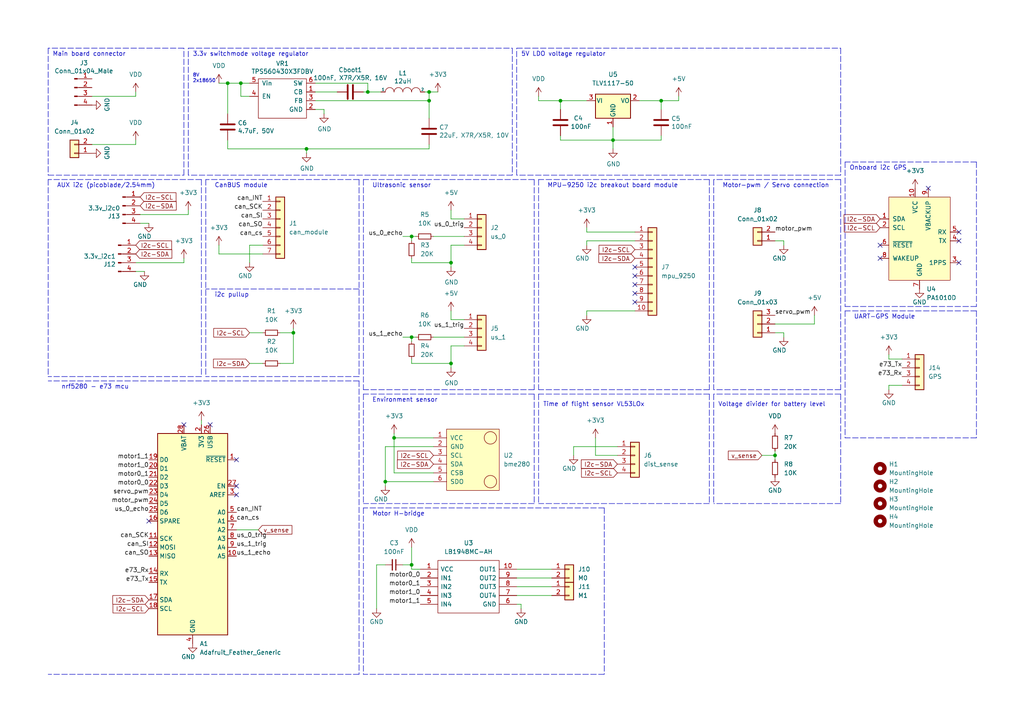
<source format=kicad_sch>
(kicad_sch (version 20211123) (generator eeschema)
  (paper "A4")
  (title_block (title "RC main controller board") (date "2022-11-10") (rev "1.0") (company "Max-IT AS") (comment 1 "Bachelor project 2022"))
  (lib_symbols
    (symbol "Connector:Conn_01x04_Male" (pin_names (offset 1.016) hide)
      (property "Reference" "J" (at 0 5.08 0))
      (property "Value" "Conn_01x04_Male" (at 0 -7.62 0))
      (symbol "Conn_01x04_Male_1_1"
        (polyline (pts (xy 1.27 -5.08) (xy 0.8636 -5.08)) (stroke (width 0.1524)))
        (polyline (pts (xy 1.27 -2.54) (xy 0.8636 -2.54)) (stroke (width 0.1524)))
        (polyline (pts (xy 1.27 0) (xy 0.8636 0)) (stroke (width 0.1524)))
        (polyline (pts (xy 1.27 2.54) (xy 0.8636 2.54)) (stroke (width 0.1524)))
        (rectangle (start 0.8636 -4.953) (end 0 -5.207) (stroke (width 0.1524)) (fill (type outline)))
        (rectangle (start 0.8636 -2.413) (end 0 -2.667) (stroke (width 0.1524)) (fill (type outline)))
        (rectangle (start 0.8636 0.127) (end 0 -0.127) (stroke (width 0.1524)) (fill (type outline)))
        (rectangle (start 0.8636 2.667) (end 0 2.413) (stroke (width 0.1524)) (fill (type outline)))
        (pin passive line (at 5.08 2.54 180) (length 3.81) (name "Pin_1") (number "1"))
        (pin passive line (at 5.08 0 180) (length 3.81) (name "Pin_2") (number "2"))
        (pin passive line (at 5.08 -2.54 180) (length 3.81) (name "Pin_3") (number "3"))
        (pin passive line (at 5.08 -5.08 180) (length 3.81) (name "Pin_4") (number "4"))
      )
    )
    (symbol "Connector_Generic:Conn_01x02" (pin_names (offset 1.016) hide)
      (property "Reference" "J" (at 0 2.54 0))
      (property "Value" "Conn_01x02" (at 0 -5.08 0))
      (symbol "Conn_01x02_1_1"
        (rectangle (start -1.27 -2.413) (end 0 -2.667) (stroke (width 0.1524)))
        (rectangle (start -1.27 0.127) (end 0 -0.127) (stroke (width 0.1524)))
        (rectangle (start -1.27 1.27) (end 1.27 -3.81) (stroke (width 0.254)) (fill (type background)))
        (pin passive line (at -5.08 0 0) (length 3.81) (name "Pin_1") (number "1"))
        (pin passive line (at -5.08 -2.54 0) (length 3.81) (name "Pin_2") (number "2"))
      )
    )
    (symbol "Connector_Generic:Conn_01x03" (pin_names (offset 1.016) hide)
      (property "Reference" "J" (at 0 5.08 0))
      (property "Value" "Conn_01x03" (at 0 -5.08 0))
      (symbol "Conn_01x03_1_1"
        (rectangle (start -1.27 -2.413) (end 0 -2.667) (stroke (width 0.1524)))
        (rectangle (start -1.27 0.127) (end 0 -0.127) (stroke (width 0.1524)))
        (rectangle (start -1.27 2.667) (end 0 2.413) (stroke (width 0.1524)))
        (rectangle (start -1.27 3.81) (end 1.27 -3.81) (stroke (width 0.254)) (fill (type background)))
        (pin passive line (at -5.08 2.54 0) (length 3.81) (name "Pin_1") (number "1"))
        (pin passive line (at -5.08 0 0) (length 3.81) (name "Pin_2") (number "2"))
        (pin passive line (at -5.08 -2.54 0) (length 3.81) (name "Pin_3") (number "3"))
      )
    )
    (symbol "Connector_Generic:Conn_01x04" (pin_names (offset 1.016) hide)
      (property "Reference" "J" (at 0 5.08 0))
      (property "Value" "Conn_01x04" (at 0 -7.62 0))
      (symbol "Conn_01x04_1_1"
        (rectangle (start -1.27 -4.953) (end 0 -5.207) (stroke (width 0.1524)))
        (rectangle (start -1.27 -2.413) (end 0 -2.667) (stroke (width 0.1524)))
        (rectangle (start -1.27 0.127) (end 0 -0.127) (stroke (width 0.1524)))
        (rectangle (start -1.27 2.667) (end 0 2.413) (stroke (width 0.1524)))
        (rectangle (start -1.27 3.81) (end 1.27 -6.35) (stroke (width 0.254)) (fill (type background)))
        (pin passive line (at -5.08 2.54 0) (length 3.81) (name "Pin_1") (number "1"))
        (pin passive line (at -5.08 0 0) (length 3.81) (name "Pin_2") (number "2"))
        (pin passive line (at -5.08 -2.54 0) (length 3.81) (name "Pin_3") (number "3"))
        (pin passive line (at -5.08 -5.08 0) (length 3.81) (name "Pin_4") (number "4"))
      )
    )
    (symbol "Connector_Generic:Conn_01x07" (pin_names (offset 1.016) hide)
      (property "Reference" "J" (at 0 10.16 0))
      (property "Value" "Conn_01x07" (at 0 -10.16 0))
      (symbol "Conn_01x07_1_1"
        (rectangle (start -1.27 -7.493) (end 0 -7.747) (stroke (width 0.1524)))
        (rectangle (start -1.27 -4.953) (end 0 -5.207) (stroke (width 0.1524)))
        (rectangle (start -1.27 -2.413) (end 0 -2.667) (stroke (width 0.1524)))
        (rectangle (start -1.27 0.127) (end 0 -0.127) (stroke (width 0.1524)))
        (rectangle (start -1.27 2.667) (end 0 2.413) (stroke (width 0.1524)))
        (rectangle (start -1.27 5.207) (end 0 4.953) (stroke (width 0.1524)))
        (rectangle (start -1.27 7.747) (end 0 7.493) (stroke (width 0.1524)))
        (rectangle (start -1.27 8.89) (end 1.27 -8.89) (stroke (width 0.254)) (fill (type background)))
        (pin passive line (at -5.08 7.62 0) (length 3.81) (name "Pin_1") (number "1"))
        (pin passive line (at -5.08 5.08 0) (length 3.81) (name "Pin_2") (number "2"))
        (pin passive line (at -5.08 2.54 0) (length 3.81) (name "Pin_3") (number "3"))
        (pin passive line (at -5.08 0 0) (length 3.81) (name "Pin_4") (number "4"))
        (pin passive line (at -5.08 -2.54 0) (length 3.81) (name "Pin_5") (number "5"))
        (pin passive line (at -5.08 -5.08 0) (length 3.81) (name "Pin_6") (number "6"))
        (pin passive line (at -5.08 -7.62 0) (length 3.81) (name "Pin_7") (number "7"))
      )
    )
    (symbol "Connector_Generic:Conn_01x10" (pin_names (offset 1.016) hide)
      (property "Reference" "J" (at 0 12.7 0))
      (property "Value" "Conn_01x10" (at 0 -15.24 0))
      (symbol "Conn_01x10_1_1"
        (rectangle (start -1.27 -12.573) (end 0 -12.827) (stroke (width 0.1524)))
        (rectangle (start -1.27 -10.033) (end 0 -10.287) (stroke (width 0.1524)))
        (rectangle (start -1.27 -7.493) (end 0 -7.747) (stroke (width 0.1524)))
        (rectangle (start -1.27 -4.953) (end 0 -5.207) (stroke (width 0.1524)))
        (rectangle (start -1.27 -2.413) (end 0 -2.667) (stroke (width 0.1524)))
        (rectangle (start -1.27 0.127) (end 0 -0.127) (stroke (width 0.1524)))
        (rectangle (start -1.27 2.667) (end 0 2.413) (stroke (width 0.1524)))
        (rectangle (start -1.27 5.207) (end 0 4.953) (stroke (width 0.1524)))
        (rectangle (start -1.27 7.747) (end 0 7.493) (stroke (width 0.1524)))
        (rectangle (start -1.27 10.287) (end 0 10.033) (stroke (width 0.1524)))
        (rectangle (start -1.27 11.43) (end 1.27 -13.97) (stroke (width 0.254)) (fill (type background)))
        (pin passive line (at -5.08 10.16 0) (length 3.81) (name "Pin_1") (number "1"))
        (pin passive line (at -5.08 -12.7 0) (length 3.81) (name "Pin_10") (number "10"))
        (pin passive line (at -5.08 7.62 0) (length 3.81) (name "Pin_2") (number "2"))
        (pin passive line (at -5.08 5.08 0) (length 3.81) (name "Pin_3") (number "3"))
        (pin passive line (at -5.08 2.54 0) (length 3.81) (name "Pin_4") (number "4"))
        (pin passive line (at -5.08 0 0) (length 3.81) (name "Pin_5") (number "5"))
        (pin passive line (at -5.08 -2.54 0) (length 3.81) (name "Pin_6") (number "6"))
        (pin passive line (at -5.08 -5.08 0) (length 3.81) (name "Pin_7") (number "7"))
        (pin passive line (at -5.08 -7.62 0) (length 3.81) (name "Pin_8") (number "8"))
        (pin passive line (at -5.08 -10.16 0) (length 3.81) (name "Pin_9") (number "9"))
      )
    )
    (symbol "Device:C" (pin_numbers hide) (pin_names (offset 0.254))
      (property "Reference" "C" (at 0.635 2.54 0))
      (property "Value" "C" (at 0.635 -2.54 0))
      (symbol "C_0_1"
        (polyline (pts (xy -2.032 -0.762) (xy 2.032 -0.762)) (stroke (width 0.508)))
        (polyline (pts (xy -2.032 0.762) (xy 2.032 0.762)) (stroke (width 0.508)))
      )
      (symbol "C_1_1"
        (pin passive line (at 0 3.81 270) (length 2.794) (name "~") (number "1"))
        (pin passive line (at 0 -3.81 90) (length 2.794) (name "~") (number "2"))
      )
    )
    (symbol "Device:C_Small" (pin_numbers hide) (pin_names (offset 0.254) hide)
      (property "Reference" "C" (at 0.254 1.778 0))
      (property "Value" "C_Small" (at 0.254 -2.032 0))
      (symbol "C_Small_0_1"
        (polyline (pts (xy -1.524 -0.508) (xy 1.524 -0.508)) (stroke (width 0.3302)))
        (polyline (pts (xy -1.524 0.508) (xy 1.524 0.508)) (stroke (width 0.3048)))
      )
      (symbol "C_Small_1_1"
        (pin passive line (at 0 2.54 270) (length 2.032) (name "~") (number "1"))
        (pin passive line (at 0 -2.54 90) (length 2.032) (name "~") (number "2"))
      )
    )
    (symbol "Device:R_Small" (pin_numbers hide) (pin_names (offset 0.254) hide)
      (property "Reference" "R" (at 0.762 0.508 0))
      (property "Value" "R_Small" (at 0.762 -1.016 0))
      (symbol "R_Small_0_1"
        (rectangle (start -0.762 1.778) (end 0.762 -1.778) (stroke (width 0.2032)))
      )
      (symbol "R_Small_1_1"
        (pin passive line (at 0 2.54 270) (length 0.762) (name "~") (number "1"))
        (pin passive line (at 0 -2.54 90) (length 0.762) (name "~") (number "2"))
      )
    )
    (symbol "Horticulture-rescue:TPS560430X3FDBV-Regulator_Switching" (pin_names (offset 1.016))
      (property "Reference" "VR" (at 0 0 0))
      (property "Value" "TPS560430X3FDBV-Regulator_Switching" (at 0 2.54 0))
      (symbol "TPS560430X3FDBV-Regulator_Switching_0_1"
        (rectangle (start -7.62 -1.27) (end 6.35 -12.7))
      )
      (symbol "TPS560430X3FDBV-Regulator_Switching_1_1"
        (pin input line (at 8.89 -5.08 180) (length 2.54) (name "CB") (number "1"))
        (pin input line (at 8.89 -10.16 180) (length 2.54) (name "GND") (number "2"))
        (pin input line (at 8.89 -7.62 180) (length 2.54) (name "FB") (number "3"))
        (pin input line (at -10.16 -6.35 0) (length 2.54) (name "EN") (number "4"))
        (pin input line (at -10.16 -2.54 0) (length 2.54) (name "Vin") (number "5"))
        (pin input line (at 8.89 -2.54 180) (length 2.54) (name "SW") (number "6"))
      )
    )
    (symbol "LB1948MC-AH:LB1948MC-AH" (pin_names (offset 0.762))
      (property "Reference" "IC" (at 24.13 7.62 0))
      (property "Value" "LB1948MC-AH" (at 24.13 5.08 0))
      (symbol "LB1948MC-AH_0_0"
        (pin power_in line (at 0 0 0) (length 5.08) (name "VCC") (number "1"))
        (pin output line (at 27.94 0 180) (length 5.08) (name "OUT1") (number "10"))
        (pin input line (at 0 -2.54 0) (length 5.08) (name "IN1") (number "2"))
        (pin input line (at 0 -5.08 0) (length 5.08) (name "IN2") (number "3"))
        (pin input line (at 0 -7.62 0) (length 5.08) (name "IN3") (number "4"))
        (pin input line (at 0 -10.16 0) (length 5.08) (name "IN4") (number "5"))
        (pin power_in line (at 27.94 -10.16 180) (length 5.08) (name "GND") (number "6"))
        (pin output line (at 27.94 -7.62 180) (length 5.08) (name "OUT4") (number "7"))
        (pin output line (at 27.94 -5.08 180) (length 5.08) (name "OUT3") (number "8"))
        (pin output line (at 27.94 -2.54 180) (length 5.08) (name "OUT2") (number "9"))
      )
      (symbol "LB1948MC-AH_0_1"
        (polyline (pts (xy 5.08 2.54) (xy 22.86 2.54) (xy 22.86 -12.7) (xy 5.08 -12.7) (xy 5.08 2.54)) (stroke (width 0.1524)))
      )
    )
    (symbol "MCU_Module:Adafruit_Feather_Generic"
      (property "Reference" "A" (at -10.16 29.21 0))
      (property "Value" "Adafruit_Feather_Generic" (at 2.54 -31.75 0))
      (symbol "Adafruit_Feather_Generic_0_1"
        (rectangle (start -10.16 27.94) (end 10.16 -30.48) (stroke (width 0.254)) (fill (type background)))
      )
      (symbol "Adafruit_Feather_Generic_1_1"
        (pin input line (at 12.7 20.32 180) (length 2.54) (name "~{RESET}") (number "1"))
        (pin bidirectional line (at 12.7 -7.62 180) (length 2.54) (name "A5") (number "10"))
        (pin bidirectional line (at -12.7 -2.54 0) (length 2.54) (name "SCK") (number "11"))
        (pin bidirectional line (at -12.7 -5.08 0) (length 2.54) (name "MOSI") (number "12"))
        (pin bidirectional line (at -12.7 -7.62 0) (length 2.54) (name "MISO") (number "13"))
        (pin bidirectional line (at -12.7 -12.7 0) (length 2.54) (name "RX") (number "14"))
        (pin bidirectional line (at -12.7 -15.24 0) (length 2.54) (name "TX") (number "15"))
        (pin bidirectional line (at -12.7 2.54 0) (length 2.54) (name "SPARE") (number "16"))
        (pin bidirectional line (at -12.7 -20.32 0) (length 2.54) (name "SDA") (number "17"))
        (pin bidirectional line (at -12.7 -22.86 0) (length 2.54) (name "SCL") (number "18"))
        (pin bidirectional line (at -12.7 20.32 0) (length 2.54) (name "D0") (number "19"))
        (pin power_in line (at 2.54 30.48 270) (length 2.54) (name "3V3") (number "2"))
        (pin bidirectional line (at -12.7 17.78 0) (length 2.54) (name "D1") (number "20"))
        (pin bidirectional line (at -12.7 15.24 0) (length 2.54) (name "D2") (number "21"))
        (pin bidirectional line (at -12.7 12.7 0) (length 2.54) (name "D3") (number "22"))
        (pin bidirectional line (at -12.7 10.16 0) (length 2.54) (name "D4") (number "23"))
        (pin bidirectional line (at -12.7 7.62 0) (length 2.54) (name "D5") (number "24"))
        (pin bidirectional line (at -12.7 5.08 0) (length 2.54) (name "D6") (number "25"))
        (pin power_in line (at 5.08 30.48 270) (length 2.54) (name "USB") (number "26"))
        (pin input line (at 12.7 12.7 180) (length 2.54) (name "EN") (number "27"))
        (pin power_in line (at -2.54 30.48 270) (length 2.54) (name "VBAT") (number "28"))
        (pin input line (at 12.7 10.16 180) (length 2.54) (name "AREF") (number "3"))
        (pin power_in line (at 0 -33.02 90) (length 2.54) (name "GND") (number "4"))
        (pin bidirectional line (at 12.7 5.08 180) (length 2.54) (name "A0") (number "5"))
        (pin bidirectional line (at 12.7 2.54 180) (length 2.54) (name "A1") (number "6"))
        (pin bidirectional line (at 12.7 0 180) (length 2.54) (name "A2") (number "7"))
        (pin bidirectional line (at 12.7 -2.54 180) (length 2.54) (name "A3") (number "8"))
        (pin bidirectional line (at 12.7 -5.08 180) (length 2.54) (name "A4") (number "9"))
      )
    )
    (symbol "Mechanical:MountingHole" (pin_names (offset 1.016))
      (property "Reference" "H" (at 0 5.08 0))
      (property "Value" "MountingHole" (at 0 3.175 0))
      (symbol "MountingHole_0_1"
        (circle (center 0 0) (radius 1.27) (stroke (width 1.27)))
      )
    )
    (symbol "Regulator_Linear:TLV1117-50" (pin_names (offset 0.254))
      (property "Reference" "U" (at -3.81 3.175 0))
      (property "Value" "TLV1117-50" (at 0 3.175 0))
      (symbol "TLV1117-50_0_1"
        (rectangle (start -5.08 -5.08) (end 5.08 1.905) (stroke (width 0.254)) (fill (type background)))
      )
      (symbol "TLV1117-50_1_1"
        (pin power_in line (at 0 -7.62 90) (length 2.54) (name "GND") (number "1"))
        (pin power_out line (at 7.62 0 180) (length 2.54) (name "VO") (number "2"))
        (pin power_in line (at -7.62 0 0) (length 2.54) (name "VI") (number "3"))
      )
    )
    (symbol "pa1010d:PA1010D" (pin_names (offset 1.016))
      (property "Reference" "U?" (at -7.62 12.7 0))
      (property "Value" "PA1010D" (at 6.35 -15.24 0))
      (symbol "PA1010D_0_1"
        (rectangle (start -8.89 11.43) (end 8.89 -12.7) (fill (type background)))
      )
      (symbol "PA1010D_1_1"
        (pin bidirectional line (at -11.43 5.08 0) (length 2.54) (name "SDA") (number "1"))
        (pin power_in line (at -1.27 13.97 270) (length 2.54) (name "VCC") (number "10"))
        (pin input line (at -11.43 2.54 0) (length 2.54) (name "SCL") (number "2"))
        (pin output line (at 11.43 -7.62 180) (length 2.54) (name "1PPS") (number "3"))
        (pin output line (at 11.43 -1.27 180) (length 2.54) (name "TX") (number "4"))
        (pin input line (at 11.43 1.27 180) (length 2.54) (name "RX") (number "5"))
        (pin input line (at -11.43 -2.54 0) (length 2.54) (name "~{RESET}") (number "6"))
        (pin power_in line (at 0 -15.24 90) (length 2.54) (name "GND") (number "7"))
        (pin input line (at -11.43 -6.35 0) (length 2.54) (name "WAKEUP") (number "8"))
        (pin power_in line (at 2.54 13.97 270) (length 2.54) (name "VBACKUP") (number "9"))
      )
    )
    (symbol "power:+3V3" (power) (pin_names (offset 0))
      (property "Value" "+3V3" (at 0 3.556 0))
      (symbol "+3V3_0_1"
        (polyline (pts (xy -0.762 1.27) (xy 0 2.54)))
        (polyline (pts (xy 0 0) (xy 0 2.54)))
        (polyline (pts (xy 0 2.54) (xy 0.762 1.27)))
      )
      (symbol "+3V3_1_1"
        (pin power_in line (at 0 0 90) (length 0) hide (name "+3V3") (number "1"))
      )
    )
    (symbol "power:+5V" (power) (pin_names (offset 0))
      (property "Value" "+5V" (at 0 3.556 0))
      (symbol "+5V_0_1"
        (polyline (pts (xy -0.762 1.27) (xy 0 2.54)))
        (polyline (pts (xy 0 0) (xy 0 2.54)))
        (polyline (pts (xy 0 2.54) (xy 0.762 1.27)))
      )
      (symbol "+5V_1_1"
        (pin power_in line (at 0 0 90) (length 0) hide (name "+5V") (number "1"))
      )
    )
    (symbol "power:GND" (power) (pin_names (offset 0))
      (property "Value" "GND" (at 0 -3.81 0))
      (symbol "GND_0_1"
        (polyline (pts (xy 0 0) (xy 0 -1.27) (xy 1.27 -1.27) (xy 0 -2.54) (xy -1.27 -1.27) (xy 0 -1.27)))
      )
      (symbol "GND_1_1"
        (pin power_in line (at 0 0 270) (length 0) hide (name "GND") (number "1"))
      )
    )
    (symbol "power:VDD" (power) (pin_names (offset 0))
      (property "Value" "VDD" (at 0 3.81 0))
      (symbol "VDD_0_1"
        (polyline (pts (xy -0.762 1.27) (xy 0 2.54)))
        (polyline (pts (xy 0 0) (xy 0 2.54)))
        (polyline (pts (xy 0 2.54) (xy 0.762 1.27)))
      )
      (symbol "VDD_1_1"
        (pin power_in line (at 0 0 90) (length 0) hide (name "VDD") (number "1"))
      )
    )
    (symbol "pspice:INDUCTOR" (pin_numbers hide) (pin_names (offset 0))
      (property "Reference" "L" (at 0 2.54 0))
      (property "Value" "INDUCTOR" (at 0 -1.27 0))
      (symbol "INDUCTOR_0_1"
        (arc (start -2.54 0) (mid -3.81 1.27) (end -5.08 0))
        (arc (start 0 0) (mid -1.27 1.27) (end -2.54 0))
        (arc (start 2.54 0) (mid 1.27 1.27) (end 0 0))
        (arc (start 5.08 0) (mid 3.81 1.27) (end 2.54 0))
      )
      (symbol "INDUCTOR_1_1"
        (pin input line (at -6.35 0 0) (length 1.27) (name "1") (number "1"))
        (pin input line (at 6.35 0 180) (length 1.27) (name "2") (number "2"))
      )
    )
    (symbol "usini_sensors:module_bme280" (pin_names (offset 1.016))
      (property "Reference" "U" (at 3.81 11.43 0))
      (property "Value" "module_bme280" (at 11.43 -8.89 0))
      (symbol "module_bme280_0_1"
        (rectangle (start 3.81 -7.62) (end 19.05 10.16) (fill (type background)))
        (circle (center 16.51 -5.08) (radius 1.8034))
        (circle (center 16.51 7.62) (radius 1.8034))
      )
      (symbol "module_bme280_1_1"
        (pin passive line (at 0 7.62 0) (length 3.81) (name "VCC") (number "1"))
        (pin passive line (at 0 5.08 0) (length 3.81) (name "GND") (number "2"))
        (pin passive line (at 0 2.54 0) (length 3.81) (name "SCL") (number "3"))
        (pin passive line (at 0 0 0) (length 3.81) (name "SDA") (number "4"))
        (pin passive line (at 0 -2.54 0) (length 3.81) (name "CSB") (number "5"))
        (pin passive line (at 0 -5.08 0) (length 3.81) (name "SDO") (number "6"))
      )
    )
  )
  (junction (at 119.38 97.79))
  (junction (at 124.46 26.67))
  (junction (at 114.3 127))
  (junction (at 224.79 132.08))
  (junction (at 88.9 43.18))
  (junction (at 119.38 163.83))
  (junction (at 106.68 26.67))
  (junction (at 124.46 29.21))
  (junction (at 69.85 24.13))
  (junction (at 66.04 24.13))
  (junction (at 130.81 105.41))
  (junction (at 162.56 29.21))
  (junction (at 85.09 96.52))
  (junction (at 177.8 40.64))
  (junction (at 119.38 68.58))
  (junction (at 191.77 29.21))
  (junction (at 111.76 139.7))
  (junction (at 130.81 76.2))
  (no_connect (at 184.15 80.01))
  (no_connect (at 184.15 77.47))
  (no_connect (at 184.15 87.63))
  (no_connect (at 184.15 82.55))
  (no_connect (at 184.15 85.09))
  (no_connect (at 255.27 71.12))
  (no_connect (at 255.27 74.93))
  (no_connect (at 278.13 67.31))
  (no_connect (at 269.24 54.61))
  (no_connect (at 278.13 76.2))
  (no_connect (at 278.13 69.85))
  (no_connect (at 43.18 151.13))
  (no_connect (at 53.34 123.19))
  (no_connect (at 60.96 123.19))
  (no_connect (at 68.58 133.35))
  (no_connect (at 68.58 140.97))
  (no_connect (at 68.58 143.51))
  (polyline (pts (xy 58.42 109.22) (xy 13.97 109.22)))
  (wire (pts (xy 72.39 71.12) (xy 72.39 76.2)))
  (polyline (pts (xy 53.34 13.97) (xy 13.97 13.97)))
  (wire (pts (xy 191.77 29.21) (xy 191.77 31.75)))
  (wire (pts (xy 257.81 104.14) (xy 261.62 104.14)))
  (wire (pts (xy 125.73 127) (xy 114.3 127)))
  (wire (pts (xy 257.81 111.76) (xy 261.62 111.76)))
  (wire (pts (xy 69.85 27.94) (xy 72.39 27.94)))
  (wire (pts (xy 162.56 29.21) (xy 162.56 31.75)))
  (wire (pts (xy 66.04 24.13) (xy 69.85 24.13)))
  (wire (pts (xy 177.8 40.64) (xy 177.8 36.83)))
  (polyline (pts (xy 207.01 52.07) (xy 207.01 113.03)))
  (wire (pts (xy 149.86 170.18) (xy 160.02 170.18)))
  (wire (pts (xy 134.62 63.5) (xy 130.81 63.5)))
  (wire (pts (xy 39.37 76.2) (xy 53.34 76.2)))
  (wire (pts (xy 130.81 71.12) (xy 130.81 76.2)))
  (wire (pts (xy 40.64 62.23) (xy 54.61 62.23)))
  (polyline (pts (xy 104.14 52.07) (xy 59.69 52.07)))
  (wire (pts (xy 191.77 29.21) (xy 196.85 29.21)))
  (wire (pts (xy 224.79 132.08) (xy 224.79 133.35)))
  (wire (pts (xy 119.38 105.41) (xy 130.81 105.41)))
  (wire (pts (xy 76.2 71.12) (xy 72.39 71.12)))
  (wire (pts (xy 88.9 43.18) (xy 88.9 44.45)))
  (wire (pts (xy 74.93 153.67) (xy 68.58 153.67)))
  (wire (pts (xy 119.38 97.79) (xy 120.65 97.79)))
  (wire (pts (xy 111.76 140.97) (xy 111.76 139.7)))
  (wire (pts (xy 149.86 172.72) (xy 160.02 172.72)))
  (wire (pts (xy 105.41 26.67) (xy 106.68 26.67)))
  (polyline (pts (xy 205.74 52.07) (xy 156.21 52.07)))
  (wire (pts (xy 119.38 163.83) (xy 119.38 158.75)))
  (polyline (pts (xy 13.97 50.8) (xy 53.34 50.8)))
  (polyline (pts (xy 104.14 110.49) (xy 104.14 195.58)))
  (polyline (pts (xy 205.74 113.03) (xy 156.21 113.03)))
  (polyline (pts (xy 154.94 113.03) (xy 105.41 113.03)))
  (wire (pts (xy 119.38 74.93) (xy 119.38 76.2)))
  (polyline (pts (xy 243.84 13.97) (xy 243.84 50.8)))
  (wire (pts (xy 106.68 24.13) (xy 106.68 26.67)))
  (polyline (pts (xy 245.11 90.17) (xy 245.11 127)))
  (wire (pts (xy 91.44 26.67) (xy 97.79 26.67)))
  (wire (pts (xy 63.5 24.13) (xy 66.04 24.13)))
  (wire (pts (xy 125.73 68.58) (xy 134.62 68.58)))
  (wire (pts (xy 85.09 96.52) (xy 85.09 105.41)))
  (wire (pts (xy 224.79 69.85) (xy 227.33 69.85)))
  (wire (pts (xy 179.07 132.08) (xy 172.72 132.08)))
  (polyline (pts (xy 205.74 114.3) (xy 205.74 146.05)))
  (wire (pts (xy 149.86 167.64) (xy 160.02 167.64)))
  (wire (pts (xy 106.68 26.67) (xy 110.49 26.67)))
  (wire (pts (xy 109.22 176.53) (xy 109.22 163.83)))
  (wire (pts (xy 257.81 102.87) (xy 257.81 104.14)))
  (wire (pts (xy 125.73 137.16) (xy 114.3 137.16)))
  (wire (pts (xy 119.38 97.79) (xy 119.38 99.06)))
  (wire (pts (xy 85.09 95.25) (xy 85.09 96.52)))
  (polyline (pts (xy 205.74 114.3) (xy 156.21 114.3)))
  (wire (pts (xy 111.76 129.54) (xy 111.76 139.7)))
  (polyline (pts (xy 58.42 52.07) (xy 58.42 109.22)))
  (polyline (pts (xy 175.26 147.32) (xy 175.26 195.58)))
  (polyline (pts (xy 104.14 195.58) (xy 13.97 195.58)))
  (polyline (pts (xy 283.21 127) (xy 245.11 127)))
  (polyline (pts (xy 243.84 114.3) (xy 207.01 114.3)))
  (wire (pts (xy 53.34 76.2) (xy 53.34 74.93)))
  (wire (pts (xy 111.76 129.54) (xy 125.73 129.54)))
  (polyline (pts (xy 105.41 52.07) (xy 105.41 113.03)))
  (wire (pts (xy 134.62 92.71) (xy 130.81 92.71)))
  (wire (pts (xy 149.86 165.1) (xy 160.02 165.1)))
  (wire (pts (xy 116.84 68.58) (xy 119.38 68.58)))
  (wire (pts (xy 72.39 96.52) (xy 76.2 96.52)))
  (polyline (pts (xy 54.61 50.8) (xy 54.61 13.97)))
  (wire (pts (xy 66.04 24.13) (xy 66.04 33.02)))
  (wire (pts (xy 116.84 97.79) (xy 119.38 97.79)))
  (wire (pts (xy 72.39 24.13) (xy 69.85 24.13)))
  (wire (pts (xy 156.21 27.94) (xy 156.21 29.21)))
  (wire (pts (xy 63.5 73.66) (xy 63.5 71.12)))
  (polyline (pts (xy 205.74 146.05) (xy 156.21 146.05)))
  (wire (pts (xy 119.38 104.14) (xy 119.38 105.41)))
  (polyline (pts (xy 149.86 50.8) (xy 149.86 13.97)))
  (wire (pts (xy 76.2 73.66) (xy 63.5 73.66)))
  (polyline (pts (xy 13.97 52.07) (xy 13.97 109.22)))
  (wire (pts (xy 196.85 27.94) (xy 196.85 29.21)))
  (wire (pts (xy 114.3 137.16) (xy 114.3 127)))
  (polyline (pts (xy 154.94 52.07) (xy 154.94 113.03)))
  (wire (pts (xy 116.84 163.83) (xy 119.38 163.83)))
  (wire (pts (xy 130.81 105.41) (xy 130.81 106.68)))
  (wire (pts (xy 166.37 132.08) (xy 166.37 129.54)))
  (wire (pts (xy 93.98 31.75) (xy 93.98 33.02)))
  (wire (pts (xy 91.44 31.75) (xy 93.98 31.75)))
  (polyline (pts (xy 154.94 114.3) (xy 154.94 146.05)))
  (polyline (pts (xy 243.84 114.3) (xy 243.84 146.05)))
  (wire (pts (xy 224.79 132.08) (xy 224.79 130.81)))
  (polyline (pts (xy 175.26 147.32) (xy 105.41 147.32)))
  (polyline (pts (xy 104.14 83.82) (xy 59.69 83.82)))
  (wire (pts (xy 119.38 76.2) (xy 130.81 76.2)))
  (polyline (pts (xy 243.84 50.8) (xy 149.86 50.8)))
  (polyline (pts (xy 243.84 146.05) (xy 207.01 146.05)))
  (polyline (pts (xy 243.84 52.07) (xy 207.01 52.07)))
  (wire (pts (xy 220.98 132.08) (xy 224.79 132.08)))
  (wire (pts (xy 162.56 39.37) (xy 162.56 40.64)))
  (wire (pts (xy 151.13 175.26) (xy 151.13 176.53)))
  (polyline (pts (xy 243.84 52.07) (xy 243.84 113.03)))
  (polyline (pts (xy 59.69 52.07) (xy 59.69 109.22)))
  (wire (pts (xy 124.46 26.67) (xy 127 26.67)))
  (polyline (pts (xy 207.01 114.3) (xy 207.01 146.05)))
  (polyline (pts (xy 148.59 13.97) (xy 148.59 50.8)))
  (wire (pts (xy 114.3 127) (xy 114.3 125.73)))
  (wire (pts (xy 227.33 69.85) (xy 227.33 71.12)))
  (wire (pts (xy 130.81 100.33) (xy 130.81 105.41)))
  (wire (pts (xy 109.22 163.83) (xy 111.76 163.83)))
  (wire (pts (xy 130.81 63.5) (xy 130.81 60.96)))
  (polyline (pts (xy 149.86 13.97) (xy 243.84 13.97)))
  (wire (pts (xy 81.28 105.41) (xy 85.09 105.41)))
  (polyline (pts (xy 13.97 13.97) (xy 13.97 50.8)))
  (wire (pts (xy 124.46 26.67) (xy 124.46 29.21)))
  (polyline (pts (xy 175.26 195.58) (xy 105.41 195.58)))
  (wire (pts (xy 124.46 43.18) (xy 124.46 41.91)))
  (wire (pts (xy 111.76 139.7) (xy 125.73 139.7)))
  (wire (pts (xy 170.18 91.44) (xy 170.18 90.17)))
  (wire (pts (xy 88.9 43.18) (xy 124.46 43.18)))
  (polyline (pts (xy 283.21 88.9) (xy 245.11 88.9)))
  (polyline (pts (xy 58.42 52.07) (xy 13.97 52.07)))
  (wire (pts (xy 224.79 93.98) (xy 236.22 93.98)))
  (wire (pts (xy 91.44 24.13) (xy 106.68 24.13)))
  (wire (pts (xy 58.42 121.92) (xy 58.42 123.19)))
  (polyline (pts (xy 283.21 46.99) (xy 245.11 46.99)))
  (polyline (pts (xy 104.14 110.49) (xy 13.97 110.49)))
  (wire (pts (xy 81.28 96.52) (xy 85.09 96.52)))
  (wire (pts (xy 26.67 41.91) (xy 39.37 41.91)))
  (polyline (pts (xy 283.21 46.99) (xy 283.21 88.9)))
  (wire (pts (xy 227.33 96.52) (xy 227.33 97.79)))
  (wire (pts (xy 39.37 41.91) (xy 39.37 40.64)))
  (wire (pts (xy 39.37 27.94) (xy 39.37 26.67)))
  (wire (pts (xy 43.18 64.77) (xy 40.64 64.77)))
  (wire (pts (xy 119.38 68.58) (xy 120.65 68.58)))
  (wire (pts (xy 166.37 129.54) (xy 179.07 129.54)))
  (wire (pts (xy 185.42 29.21) (xy 191.77 29.21)))
  (wire (pts (xy 119.38 165.1) (xy 119.38 163.83)))
  (wire (pts (xy 72.39 105.41) (xy 76.2 105.41)))
  (polyline (pts (xy 148.59 50.8) (xy 54.61 50.8)))
  (polyline (pts (xy 283.21 90.17) (xy 245.11 90.17)))
  (polyline (pts (xy 105.41 147.32) (xy 105.41 195.58)))
  (wire (pts (xy 121.92 165.1) (xy 119.38 165.1)))
  (wire (pts (xy 119.38 68.58) (xy 119.38 69.85)))
  (wire (pts (xy 257.81 113.03) (xy 257.81 111.76)))
  (wire (pts (xy 170.18 67.31) (xy 170.18 66.04)))
  (polyline (pts (xy 104.14 109.22) (xy 59.69 109.22)))
  (wire (pts (xy 162.56 40.64) (xy 177.8 40.64)))
  (wire (pts (xy 26.67 27.94) (xy 39.37 27.94)))
  (wire (pts (xy 191.77 39.37) (xy 191.77 40.64)))
  (wire (pts (xy 69.85 24.13) (xy 69.85 27.94)))
  (wire (pts (xy 172.72 132.08) (xy 172.72 127)))
  (wire (pts (xy 236.22 93.98) (xy 236.22 91.44)))
  (polyline (pts (xy 283.21 90.17) (xy 283.21 127)))
  (wire (pts (xy 191.77 40.64) (xy 177.8 40.64)))
  (polyline (pts (xy 154.94 146.05) (xy 105.41 146.05)))
  (polyline (pts (xy 156.21 114.3) (xy 156.21 146.05)))
  (polyline (pts (xy 243.84 113.03) (xy 207.01 113.03)))
  (wire (pts (xy 125.73 97.79) (xy 134.62 97.79)))
  (wire (pts (xy 156.21 29.21) (xy 162.56 29.21)))
  (wire (pts (xy 170.18 69.85) (xy 184.15 69.85)))
  (wire (pts (xy 124.46 29.21) (xy 124.46 34.29)))
  (polyline (pts (xy 154.94 52.07) (xy 105.41 52.07)))
  (wire (pts (xy 130.81 100.33) (xy 134.62 100.33)))
  (polyline (pts (xy 154.94 114.3) (xy 105.41 114.3)))
  (wire (pts (xy 123.19 26.67) (xy 124.46 26.67)))
  (wire (pts (xy 91.44 29.21) (xy 124.46 29.21)))
  (polyline (pts (xy 104.14 52.07) (xy 104.14 109.22)))
  (polyline (pts (xy 54.61 13.97) (xy 148.59 13.97)))
  (wire (pts (xy 224.79 96.52) (xy 227.33 96.52)))
  (polyline (pts (xy 105.41 114.3) (xy 105.41 146.05)))
  (wire (pts (xy 170.18 90.17) (xy 184.15 90.17)))
  (wire (pts (xy 41.91 78.74) (xy 39.37 78.74)))
  (wire (pts (xy 130.81 76.2) (xy 130.81 77.47)))
  (polyline (pts (xy 53.34 50.8) (xy 53.34 13.97)))
  (wire (pts (xy 66.04 43.18) (xy 88.9 43.18)))
  (wire (pts (xy 170.18 71.12) (xy 170.18 69.85)))
  (wire (pts (xy 130.81 71.12) (xy 134.62 71.12)))
  (polyline (pts (xy 156.21 52.07) (xy 156.21 113.03)))
  (wire (pts (xy 66.04 43.18) (xy 66.04 40.64)))
  (polyline (pts (xy 245.11 46.99) (xy 245.11 88.9)))
  (wire (pts (xy 149.86 175.26) (xy 151.13 175.26)))
  (wire (pts (xy 184.15 67.31) (xy 170.18 67.31)))
  (polyline (pts (xy 205.74 52.07) (xy 205.74 113.03)))
  (wire (pts (xy 162.56 29.21) (xy 170.18 29.21)))
  (wire (pts (xy 54.61 62.23) (xy 54.61 60.96)))
  (wire (pts (xy 177.8 40.64) (xy 177.8 43.18)))
  (wire (pts (xy 130.81 92.71) (xy 130.81 90.17)))
  (text "Motor-pwm / Servo connection" (at 209.55 54.61 0) (effects (font (size 1.27 1.27)) (justify left bottom)))
  (text "8V\n2x18650" (at 55.88 24.13 0) (effects (font (size 1 1)) (justify left bottom)))
  (text "Motor H-bridge" (at 107.95 149.86 0) (effects (font (size 1.27 1.27)) (justify left bottom)))
  (text "Main board connector" (at 15.24 16.51 0) (effects (font (size 1.27 1.27)) (justify left bottom)))
  (text "AUX i2c (picoblade/2.54mm)" (at 16.51 54.61 0) (effects (font (size 1.27 1.27)) (justify left bottom)))
  (text "Time of flight sensor VL53LOx" (at 157.48 118.11 0) (effects (font (size 1.27 1.27)) (justify left bottom)))
  (text "Voltage divider for battery level" (at 208.28 118.11 0) (effects (font (size 1.27 1.27)) (justify left bottom)))
  (text "i2c pullup" (at 62.23 86.36 0) (effects (font (size 1.27 1.27)) (justify left bottom)))
  (text "Onboard i2c GPS" (at 246.38 49.53 0) (effects (font (size 1.27 1.27)) (justify left bottom)))
  (text "3.3v switchmode voltage regulator" (at 55.88 16.51 0) (effects (font (size 1.27 1.27)) (justify left bottom)))
  (text "UART-GPS Module" (at 247.65 92.71 0) (effects (font (size 1.27 1.27)) (justify left bottom)))
  (text "MPU-9250 i2c breakout board module" (at 158.75 54.61 0) (effects (font (size 1.27 1.27)) (justify left bottom)))
  (text "Environment sensor" (at 107.95 116.84 0) (effects (font (size 1.27 1.27)) (justify left bottom)))
  (text "CanBUS module" (at 62.23 54.61 0) (effects (font (size 1.27 1.27)) (justify left bottom)))
  (text "Ultrasonic sensor" (at 107.95 54.61 0) (effects (font (size 1.27 1.27)) (justify left bottom)))
  (text "nrf5280 - e73 mcu" (at 17.78 113.03 0) (effects (font (size 1.27 1.27)) (justify left bottom)))
  (text "5V LDO voltage regulator" (at 151.13 16.51 0) (effects (font (size 1.27 1.27)) (justify left bottom)))
  (label "motor1_1" (at 43.18 133.35 180))
  (label "motor0_1" (at 121.92 170.18 180))
  (label "motor0_1" (at 43.18 138.43 180))
  (label "us_1_trig" (at 134.62 95.25 180))
  (label "servo_pwm" (at 224.79 91.44 0))
  (label "can_INT" (at 68.58 148.59 0))
  (label "motor1_0" (at 43.18 135.89 180))
  (label "can_SCK" (at 76.2 60.96 180))
  (label "motor0_0" (at 121.92 167.64 180))
  (label "can_SO" (at 76.2 66.04 180))
  (label "e73_Tx" (at 261.62 106.68 180))
  (label "us_0_echo" (at 43.18 148.59 180))
  (label "e73_Tx" (at 43.18 168.91 180))
  (label "can_INT" (at 76.2 58.42 180))
  (label "can_SI" (at 76.2 63.5 180))
  (label "us_0_echo" (at 116.84 68.58 180))
  (label "can_cs" (at 76.2 68.58 180))
  (label "motor_pwm" (at 43.18 146.05 180))
  (label "can_cs" (at 68.58 151.13 0))
  (label "us_0_trig" (at 134.62 66.04 180))
  (label "motor1_1" (at 121.92 175.26 180))
  (label "us_1_echo" (at 116.84 97.79 180))
  (label "us_1_echo" (at 68.58 161.29 0))
  (label "can_SI" (at 43.18 158.75 180))
  (label "motor0_0" (at 43.18 140.97 180))
  (label "e73_Rx" (at 43.18 166.37 180))
  (label "can_SCK" (at 43.18 156.21 180))
  (label "can_SO" (at 43.18 161.29 180))
  (label "us_1_trig" (at 68.58 158.75 0))
  (label "servo_pwm" (at 43.18 143.51 180))
  (label "motor_pwm" (at 224.79 67.31 0))
  (label "us_0_trig" (at 68.58 156.21 0))
  (label "e73_Rx" (at 261.62 109.22 180))
  (label "motor1_0" (at 121.92 172.72 180))
  (global_label "I2c-SCL" (shape input) (at 39.37 71.12 0) (property "Intersheet References" "${INTERSHEET_REFS}" (effects hide)))
  (global_label "I2c-SDA" (shape input) (at 43.18 173.99 180) (property "Intersheet References" "${INTERSHEET_REFS}" (effects hide)))
  (global_label "I2c-SDA" (shape input) (at 255.27 63.5 180) (property "Intersheet References" "${INTERSHEET_REFS}" (effects hide)))
  (global_label "I2c-SCL" (shape input) (at 184.15 72.39 180) (property "Intersheet References" "${INTERSHEET_REFS}" (effects hide)))
  (global_label "I2c-SCL" (shape input) (at 179.07 137.16 180) (property "Intersheet References" "${INTERSHEET_REFS}" (effects hide)))
  (global_label "v_sense" (shape input) (at 220.98 132.08 180) (property "Intersheet References" "${INTERSHEET_REFS}" (effects hide)))
  (global_label "I2c-SCL" (shape input) (at 72.39 96.52 180) (property "Intersheet References" "${INTERSHEET_REFS}" (effects hide)))
  (global_label "I2c-SDA" (shape input) (at 40.64 59.69 0) (property "Intersheet References" "${INTERSHEET_REFS}" (effects hide)))
  (global_label "I2c-SDA" (shape input) (at 72.39 105.41 180) (property "Intersheet References" "${INTERSHEET_REFS}" (effects hide)))
  (global_label "I2c-SCL" (shape input) (at 40.64 57.15 0) (property "Intersheet References" "${INTERSHEET_REFS}" (effects hide)))
  (global_label "I2c-SCL" (shape input) (at 255.27 66.04 180) (property "Intersheet References" "${INTERSHEET_REFS}" (effects hide)))
  (global_label "I2c-SDA" (shape input) (at 39.37 73.66 0) (property "Intersheet References" "${INTERSHEET_REFS}" (effects hide)))
  (global_label "v_sense" (shape input) (at 74.93 153.67 0) (property "Intersheet References" "${INTERSHEET_REFS}" (effects hide)))
  (global_label "I2c-SDA" (shape input) (at 179.07 134.62 180) (property "Intersheet References" "${INTERSHEET_REFS}" (effects hide)))
  (global_label "I2c-SCL" (shape input) (at 43.18 176.53 180) (property "Intersheet References" "${INTERSHEET_REFS}" (effects hide)))
  (global_label "I2c-SDA" (shape input) (at 184.15 74.93 180) (property "Intersheet References" "${INTERSHEET_REFS}" (effects hide)))
  (global_label "I2c-SDA" (shape input) (at 125.73 134.62 180) (property "Intersheet References" "${INTERSHEET_REFS}" (effects hide)))
  (global_label "I2c-SCL" (shape input) (at 125.73 132.08 180) (property "Intersheet References" "${INTERSHEET_REFS}" (effects hide)))
  (symbol (lib_id "Connector:Conn_01x04_Male") (at 21.59 25.4 0) (unit 1)
    (property "Reference" "J3" (at 24.3332 18.2626 0))
    (property "Value" "Conn_01x04_Male" (at 24.3332 20.574 0))
    (property "Footprint" "Connector_JST:JST_XH_S4B-XH-A-1_1x04_P2.50mm_Horizontal-SMD" (effects hide))
  )
  (symbol (lib_id "Horticulture-rescue:TPS560430X3FDBV-Regulator_Switching") (at 82.55 21.59 0) (unit 1)
    (property "Reference" "VR1" (at 81.915 18.415 0))
    (property "Value" "TPS560430X3FDBV" (at 81.915 20.7264 0))
    (property "Footprint" "Package_TO_SOT_SMD:SOT-23-6" (effects hide))
    (property "Datasheet" "https://www.ti.com/lit/ds/symlink/tps560430.pdf" (effects hide))
    (property "Supplier" "https://www.digikey.no/product-detail/no/texas-instruments/TPS560430X3FDBVR/296-51994-1-ND/9746357" (effects hide))
  )
  (symbol (lib_id "Device:C") (at 66.04 36.83 0) (unit 1)
    (property "Reference" "C6" (at 68.961 35.6616 0) (effects (justify left)))
    (property "Value" "4.7uF, 50V" (at 68.961 37.973 0) (effects (justify left)))
    (property "Footprint" "Capacitor_SMD:C_1206_3216Metric" (effects hide))
  )
  (symbol (lib_id "Device:C") (at 101.6 26.67 270) (unit 1)
    (property "Reference" "Cboot1" (at 101.6 20.2692 90))
    (property "Value" "100nF, X7R/X5R, 16V" (at 101.6 22.5806 90))
    (property "Footprint" "Capacitor_SMD:C_0805_2012Metric" (effects hide))
  )
  (symbol (lib_id "Device:C") (at 124.46 38.1 0) (unit 1)
    (property "Reference" "C7" (at 127.381 36.9316 0) (effects (justify left)))
    (property "Value" "22uF, X7R/X5R, 10V" (at 127.381 39.243 0) (effects (justify left)))
    (property "Footprint" "Capacitor_SMD:C_0805_2012Metric" (effects hide))
  )
  (symbol (lib_id "pspice:INDUCTOR") (at 116.84 26.67 0) (unit 1)
    (property "Reference" "L1" (at 116.84 21.209 0))
    (property "Value" "12uH" (at 116.84 23.5204 0))
    (property "Footprint" "Inductor_SMD:IND_SDR0403-120ML" (effects hide))
  )
  (symbol (lib_id "power:GND") (at 88.9 44.45 0) (unit 1)
    (property "Reference" "#PWR0115" (effects hide))
    (property "Value" "GND" (at 89.027 48.8442 0))
  )
  (symbol (lib_id "Connector:Conn_01x04_Male") (at 35.56 59.69 0) (unit 1)
    (property "Reference" "J13" (at 34.8488 62.6872 0) (effects (justify right)))
    (property "Value" "3.3v_i2c0" (at 34.8488 60.3758 0) (effects (justify right)))
    (property "Footprint" "Connector_Molex:Molex_PicoBlade_53398-0471_1x04-1MP_P1.25mm_Vertical" (effects hide))
  )
  (symbol (lib_id "power:GND") (at 43.18 64.77 0) (unit 1)
    (property "Reference" "#PWR0118" (effects hide))
    (property "Value" "GND" (at 41.91 68.58 0))
  )
  (symbol (lib_id "power:GND") (at 26.67 44.45 90) (unit 1)
    (property "Reference" "#PWR0127" (effects hide))
    (property "Value" "GND" (at 31.0642 44.323 0))
  )
  (symbol (lib_id "power:GND") (at 26.67 30.48 90) (unit 1)
    (property "Reference" "#PWR0128" (effects hide))
    (property "Value" "GND" (at 31.0642 30.353 0))
  )
  (symbol (lib_id "power:GND") (at 41.91 78.74 0) (unit 1)
    (property "Reference" "#PWR0122" (effects hide))
    (property "Value" "GND" (at 40.64 82.55 0))
  )
  (symbol (lib_id "Connector:Conn_01x04_Male") (at 34.29 73.66 0) (unit 1)
    (property "Reference" "J12" (at 33.5788 76.6572 0) (effects (justify right)))
    (property "Value" "3.3v_i2c1" (at 33.5788 74.3458 0) (effects (justify right)))
    (property "Footprint" "Connector_PinSocket_2.54mm:PinSocket_1x04_P2.54mm_Vertical" (effects hide))
  )
  (symbol (lib_id "power:GND") (at 55.88 186.69 0) (unit 1)
    (property "Reference" "#PWR0104" (effects hide))
    (property "Value" "GND" (at 54.61 190.5 0))
  )
  (symbol (lib_id "usini_sensors:module_bme280") (at 125.73 134.62 0) (unit 1)
    (property "Reference" "U2" (at 146.05 132.0799 0) (effects (justify left)))
    (property "Value" "bme280" (at 146.05 134.6199 0) (effects (justify left)))
    (property "Footprint" "usini_sensors:module_bme280" (effects hide))
  )
  (symbol (lib_id "power:GND") (at 266.7 83.82 0) (unit 1)
    (property "Reference" "#PWR0111" (effects hide))
    (property "Value" "GND" (at 266.7 87.63 0))
  )
  (symbol (lib_id "power:+5V") (at 130.81 60.96 0) (unit 1)
    (property "Reference" "#PWR017" (effects hide))
    (property "Value" "+5V" (at 130.81 55.88 0))
  )
  (symbol (lib_id "power:VDD") (at 224.79 125.73 0) (unit 1)
    (property "Reference" "#PWR0117" (effects hide))
    (property "Value" "VDD" (at 224.79 120.65 0))
  )
  (symbol (lib_id "power:+3V3") (at 170.18 66.04 0) (unit 1)
    (property "Reference" "#PWR023" (effects hide))
    (property "Value" "+3V3" (at 170.18 60.96 0))
  )
  (symbol (lib_id "power:VDD") (at 119.38 158.75 0) (unit 1)
    (property "Reference" "#PWR0108" (effects hide))
    (property "Value" "VDD" (at 119.38 153.67 0))
  )
  (symbol (lib_id "power:VDD") (at 39.37 40.64 0) (unit 1)
    (property "Reference" "#PWR02" (effects hide))
    (property "Value" "VDD" (at 39.37 35.56 0))
  )
  (symbol (lib_id "Connector_Generic:Conn_01x02") (at 219.71 69.85 180) (unit 1)
    (property "Reference" "J8" (at 219.71 60.96 0))
    (property "Value" "Conn_01x02" (at 219.71 63.5 0))
    (property "Footprint" "Connector_PinHeader_2.54mm:PinHeader_1x02_P2.54mm_Vertical" (effects hide))
  )
  (symbol (lib_id "Connector_Generic:Conn_01x02") (at 165.1 170.18 0) (unit 1)
    (property "Reference" "J11" (at 167.64 170.1799 0) (effects (justify left)))
    (property "Value" "M1" (at 167.64 172.7199 0) (effects (justify left)))
    (property "Footprint" "Connector_PinHeader_2.54mm:PinHeader_1x02_P2.54mm_Vertical" (effects hide))
  )
  (symbol (lib_id "power:+3V3") (at 58.42 121.92 0) (unit 1)
    (property "Reference" "#PWR0105" (effects hide))
    (property "Value" "+3V3" (at 58.42 116.84 0))
  )
  (symbol (lib_id "Device:R_Small") (at 78.74 105.41 90) (unit 1)
    (property "Reference" "R2" (at 78.74 99.06 90))
    (property "Value" "10K" (at 78.74 101.6 90))
    (property "Footprint" "Resistor_SMD:R_0805_2012Metric_Pad1.20x1.40mm_HandSolder" (effects hide))
  )
  (symbol (lib_id "power:GND") (at 170.18 71.12 0) (unit 1)
    (property "Reference" "#PWR024" (effects hide))
    (property "Value" "GND" (at 168.91 74.93 0))
  )
  (symbol (lib_id "power:+5V") (at 236.22 91.44 0) (unit 1)
    (property "Reference" "#PWR0102" (effects hide))
    (property "Value" "+5V" (at 236.22 86.36 0))
  )
  (symbol (lib_id "Device:R_Small") (at 119.38 72.39 180) (unit 1)
    (property "Reference" "R3" (at 121.92 71.1199 0) (effects (justify right)))
    (property "Value" "20K" (at 121.92 73.6599 0) (effects (justify right)))
    (property "Footprint" "Resistor_SMD:R_0805_2012Metric_Pad1.20x1.40mm_HandSolder" (effects hide))
  )
  (symbol (lib_id "power:GND") (at 130.81 106.68 0) (unit 1)
    (property "Reference" "#PWR020" (effects hide))
    (property "Value" "GND" (at 130.937 111.0742 0))
  )
  (symbol (lib_id "MCU_Module:Adafruit_Feather_Generic") (at 55.88 153.67 0) (unit 1)
    (property "Reference" "A1" (at 57.8994 186.69 0) (effects (justify left)))
    (property "Value" "Adafruit_Feather_Generic" (at 57.8994 189.23 0) (effects (justify left)))
    (property "Footprint" "Module:Adafruit_Feather" (effects hide))
    (property "Datasheet" "https://cdn-learn.adafruit.com/downloads/pdf/adafruit-feather.pdf" (effects hide))
  )
  (symbol (lib_id "power:GND") (at 111.76 140.97 0) (unit 1)
    (property "Reference" "#PWR014" (effects hide))
    (property "Value" "GND" (at 110.49 144.78 0))
  )
  (symbol (lib_id "Device:R_Small") (at 123.19 97.79 90) (unit 1)
    (property "Reference" "R6" (at 123.19 91.44 90))
    (property "Value" "10K" (at 123.19 93.98 90))
    (property "Footprint" "Resistor_SMD:R_0805_2012Metric_Pad1.20x1.40mm_HandSolder" (effects hide))
  )
  (symbol (lib_id "power:GND") (at 151.13 176.53 0) (unit 1)
    (property "Reference" "#PWR0110" (effects hide))
    (property "Value" "GND" (at 151.13 180.34 0))
  )
  (symbol (lib_id "Device:R_Small") (at 123.19 68.58 90) (unit 1)
    (property "Reference" "R5" (at 123.19 62.23 90))
    (property "Value" "10K" (at 123.19 64.77 90))
    (property "Footprint" "Resistor_SMD:R_0805_2012Metric_Pad1.20x1.40mm_HandSolder" (effects hide))
  )
  (symbol (lib_id "Device:R_Small") (at 78.74 96.52 90) (unit 1)
    (property "Reference" "R1" (at 78.74 90.17 90))
    (property "Value" "10K" (at 78.74 92.71 90))
    (property "Footprint" "Resistor_SMD:R_0805_2012Metric_Pad1.20x1.40mm_HandSolder" (effects hide))
  )
  (symbol (lib_id "Regulator_Linear:TLV1117-50") (at 177.8 29.21 0) (unit 1)
    (property "Reference" "U5" (at 177.8 21.59 0))
    (property "Value" "TLV1117-50" (at 177.8 24.13 0))
    (property "Footprint" "Package_TO_SOT_SMD:SOT-223" (effects hide))
    (property "Datasheet" "http://www.ti.com/lit/ds/symlink/tlv1117.pdf" (effects hide))
  )
  (symbol (lib_id "Mechanical:MountingHole") (at 255.27 140.97 0) (unit 1)
    (property "Reference" "H2" (at 257.81 139.6999 0) (effects (justify left)))
    (property "Value" "MountingHole" (at 257.81 142.2399 0) (effects (justify left)))
    (property "Footprint" "MountingHole:MountingHole_3.2mm_M3" (effects hide))
  )
  (symbol (lib_id "Mechanical:MountingHole") (at 255.27 151.13 0) (unit 1)
    (property "Reference" "H4" (at 257.81 149.8599 0) (effects (justify left)))
    (property "Value" "MountingHole" (at 257.81 152.3999 0) (effects (justify left)))
    (property "Footprint" "MountingHole:MountingHole_3.2mm_M3" (effects hide))
  )
  (symbol (lib_id "power:GND") (at 257.81 113.03 0) (unit 1)
    (property "Reference" "#PWR0120" (effects hide))
    (property "Value" "GND" (at 257.81 116.84 0))
  )
  (symbol (lib_id "power:VDD") (at 156.21 27.94 0) (unit 1)
    (property "Reference" "#PWR021" (effects hide))
    (property "Value" "VDD" (at 156.21 22.86 0))
  )
  (symbol (lib_id "Connector_Generic:Conn_01x10") (at 189.23 77.47 0) (unit 1)
    (property "Reference" "J7" (at 191.77 77.4699 0) (effects (justify left)))
    (property "Value" "mpu_9250" (at 191.77 80.0099 0) (effects (justify left)))
    (property "Footprint" "Connector_PinHeader_2.54mm:PinHeader_1x10_P2.54mm_Vertical" (effects hide))
  )
  (symbol (lib_id "LB1948MC-AH:LB1948MC-AH") (at 121.92 165.1 0) (unit 1)
    (property "Reference" "U3" (at 135.89 157.48 0))
    (property "Value" "LB1948MC-AH" (at 135.89 160.02 0))
    (property "Footprint" "LB1948MC-AH:SOP100P620X155-10N" (effects hide))
    (property "Datasheet" "https://datasheet.datasheetarchive.com/originals/distributors/Datasheets-SFU1/DSASFU100015245.pdf" (effects hide))
    (property "Height" "1.55" (effects hide))
    (property "Mouser Part Number" "863-LB1948MC-AH" (effects hide))
    (property "Mouser Price/Stock" "https://www.mouser.co.uk/ProductDetail/ON-Semiconductor/LB1948MC-AH?qs=h33zbPtFqFJ94xs%252Bk9m3pQ%3D%3D" (effects hide))
    (property "Manufacturer_Name" "onsemi" (effects hide))
    (property "Manufacturer_Part_Number" "LB1948MC-AH" (effects hide))
  )
  (symbol (lib_id "Device:R_Small") (at 224.79 128.27 0) (unit 1)
    (property "Reference" "R7" (at 227.33 126.9999 0) (effects (justify left)))
    (property "Value" "20K" (at 227.33 129.5399 0) (effects (justify left)))
    (property "Footprint" "Resistor_SMD:R_0805_2012Metric_Pad1.20x1.40mm_HandSolder" (effects hide))
  )
  (symbol (lib_id "Connector_Generic:Conn_01x04") (at 139.7 66.04 0) (unit 1)
    (property "Reference" "J2" (at 142.24 66.0399 0) (effects (justify left)))
    (property "Value" "us_0" (at 142.24 68.5799 0) (effects (justify left)))
    (property "Footprint" "Connector_PinSocket_2.54mm:PinSocket_1x04_P2.54mm_Vertical" (effects hide))
  )
  (symbol (lib_id "Device:C") (at 162.56 35.56 0) (unit 1)
    (property "Reference" "C4" (at 166.37 34.29 0) (effects (justify left)))
    (property "Value" "100nF" (at 165.481 36.703 0) (effects (justify left)))
    (property "Footprint" "Capacitor_SMD:C_1206_3216Metric" (effects hide))
  )
  (symbol (lib_id "Mechanical:MountingHole") (at 255.27 146.05 0) (unit 1)
    (property "Reference" "H3" (at 257.81 144.7799 0) (effects (justify left)))
    (property "Value" "MountingHole" (at 257.81 147.3199 0) (effects (justify left)))
    (property "Footprint" "MountingHole:MountingHole_3.2mm_M3" (effects hide))
  )
  (symbol (lib_id "power:+3V3") (at 63.5 71.12 0) (unit 1)
    (property "Reference" "#PWR08" (effects hide))
    (property "Value" "+3V3" (at 63.5 66.04 0))
  )
  (symbol (lib_id "Device:C_Small") (at 114.3 163.83 270) (unit 1)
    (property "Reference" "C3" (at 114.2936 157.48 90))
    (property "Value" "100nF" (at 114.2936 160.02 90))
    (property "Footprint" "Capacitor_SMD:C_1206_3216Metric" (effects hide))
  )
  (symbol (lib_id "Mechanical:MountingHole") (at 255.27 135.89 0) (unit 1)
    (property "Reference" "H1" (at 257.81 134.6199 0) (effects (justify left)))
    (property "Value" "MountingHole" (at 257.81 137.1599 0) (effects (justify left)))
    (property "Footprint" "MountingHole:MountingHole_3.2mm_M3" (effects hide))
  )
  (symbol (lib_id "pa1010d:PA1010D") (at 266.7 68.58 0) (unit 1)
    (property "Reference" "U4" (at 268.7194 83.82 0) (effects (justify left)))
    (property "Value" "PA1010D" (at 268.7194 86.36 0) (effects (justify left)))
    (property "Footprint" "pa1010d:CDTop_MT3333_PA1010D" (effects hide))
  )
  (symbol (lib_id "Connector_Generic:Conn_01x02") (at 21.59 44.45 180) (unit 1)
    (property "Reference" "J4" (at 21.59 35.56 0))
    (property "Value" "Conn_01x02" (at 21.59 38.1 0))
    (property "Footprint" "Connector_Phoenix_MC_HighVoltage:PhoenixContact_MC_1,5_2-G-5.08_1x02_P5.08mm_Horizontal" (effects hide))
  )
  (symbol (lib_id "Connector_Generic:Conn_01x04") (at 184.15 132.08 0) (unit 1)
    (property "Reference" "J6" (at 186.69 132.0799 0) (effects (justify left)))
    (property "Value" "dist_sense" (at 186.69 134.6199 0) (effects (justify left)))
    (property "Footprint" "Connector_PinSocket_2.54mm:PinSocket_1x04_P2.54mm_Vertical" (effects hide))
  )
  (symbol (lib_id "power:+5V") (at 130.81 90.17 0) (unit 1)
    (property "Reference" "#PWR019" (effects hide))
    (property "Value" "+5V" (at 130.81 85.09 0))
  )
  (symbol (lib_id "power:+5V") (at 196.85 27.94 0) (unit 1)
    (property "Reference" "#PWR027" (effects hide))
    (property "Value" "+5V" (at 196.85 22.86 0))
  )
  (symbol (lib_id "Connector_Generic:Conn_01x04") (at 266.7 106.68 0) (unit 1)
    (property "Reference" "J14" (at 269.24 106.6799 0) (effects (justify left)))
    (property "Value" "GPS" (at 269.24 109.2199 0) (effects (justify left)))
    (property "Footprint" "pa1010d:GPS_module" (effects hide))
  )
  (symbol (lib_id "power:+3V3") (at 265.43 54.61 0) (unit 1)
    (property "Reference" "#PWR0112" (effects hide))
    (property "Value" "+3V3" (at 265.43 49.53 0))
  )
  (symbol (lib_id "Device:R_Small") (at 119.38 101.6 180) (unit 1)
    (property "Reference" "R4" (at 121.92 100.3299 0) (effects (justify right)))
    (property "Value" "20K" (at 121.92 102.8699 0) (effects (justify right)))
    (property "Footprint" "Resistor_SMD:R_0805_2012Metric_Pad1.20x1.40mm_HandSolder" (effects hide))
  )
  (symbol (lib_id "power:+3V3") (at 85.09 95.25 0) (unit 1)
    (property "Reference" "#PWR010" (effects hide))
    (property "Value" "+3V3" (at 85.09 90.17 0))
  )
  (symbol (lib_id "power:GND") (at 72.39 76.2 0) (unit 1)
    (property "Reference" "#PWR09" (effects hide))
    (property "Value" "GND" (at 71.12 80.01 0))
  )
  (symbol (lib_id "Connector_Generic:Conn_01x04") (at 139.7 95.25 0) (unit 1)
    (property "Reference" "J5" (at 142.24 95.2499 0) (effects (justify left)))
    (property "Value" "us_1" (at 142.24 97.7899 0) (effects (justify left)))
    (property "Footprint" "Connector_PinSocket_2.54mm:PinSocket_1x04_P2.54mm_Vertical" (effects hide))
  )
  (symbol (lib_id "power:+3V3") (at 54.61 60.96 0) (unit 1)
    (property "Reference" "#PWR03" (effects hide))
    (property "Value" "+3V3" (at 54.61 55.88 0))
  )
  (symbol (lib_id "power:GND") (at 177.8 43.18 0) (unit 1)
    (property "Reference" "#PWR04" (effects hide))
    (property "Value" "GND" (at 177.927 47.5742 0))
  )
  (symbol (lib_id "power:+3V3") (at 257.81 102.87 0) (unit 1)
    (property "Reference" "#PWR0119" (effects hide))
    (property "Value" "+3V3" (at 257.81 97.79 0))
  )
  (symbol (lib_id "power:+3V3") (at 53.34 74.93 0) (unit 1)
    (property "Reference" "#PWR05" (effects hide))
    (property "Value" "+3V3" (at 53.34 69.85 0))
  )
  (symbol (lib_id "power:+3V3") (at 114.3 125.73 0) (unit 1)
    (property "Reference" "#PWR015" (effects hide))
    (property "Value" "+3V3" (at 114.3 120.65 0))
  )
  (symbol (lib_id "Connector_Generic:Conn_01x02") (at 165.1 165.1 0) (unit 1)
    (property "Reference" "J10" (at 167.64 165.0999 0) (effects (justify left)))
    (property "Value" "M0" (at 167.64 167.6399 0) (effects (justify left)))
    (property "Footprint" "Connector_PinHeader_2.54mm:PinHeader_1x02_P2.54mm_Vertical" (effects hide))
  )
  (symbol (lib_id "power:+3V3") (at 127 26.67 0) (unit 1)
    (property "Reference" "#PWR016" (effects hide))
    (property "Value" "+3V3" (at 127 21.59 0))
  )
  (symbol (lib_id "power:GND") (at 170.18 91.44 0) (unit 1)
    (property "Reference" "#PWR025" (effects hide))
    (property "Value" "GND" (at 168.91 95.25 0))
  )
  (symbol (lib_id "Connector_Generic:Conn_01x03") (at 219.71 93.98 180) (unit 1)
    (property "Reference" "J9" (at 219.71 85.09 0))
    (property "Value" "Conn_01x03" (at 219.71 87.63 0))
    (property "Footprint" "Connector_PinHeader_2.54mm:PinHeader_1x03_P2.54mm_Vertical" (effects hide))
  )
  (symbol (lib_id "Connector_Generic:Conn_01x07") (at 81.28 66.04 0) (unit 1)
    (property "Reference" "J1" (at 83.82 64.7699 0) (effects (justify left)))
    (property "Value" "can_module" (at 83.82 67.3099 0) (effects (justify left)))
    (property "Footprint" "Connector_PinSocket_2.54mm:PinSocket_1x07_P2.54mm_Vertical" (effects hide))
  )
  (symbol (lib_id "power:GND") (at 224.79 138.43 0) (unit 1)
    (property "Reference" "#PWR0116" (effects hide))
    (property "Value" "GND" (at 224.79 142.24 0))
  )
  (symbol (lib_id "power:GND") (at 166.37 132.08 0) (unit 1)
    (property "Reference" "#PWR022" (effects hide))
    (property "Value" "GND" (at 165.1 135.89 0))
  )
  (symbol (lib_id "power:GND") (at 93.98 33.02 0) (unit 1)
    (property "Reference" "#PWR011" (effects hide))
    (property "Value" "GND" (at 94.107 37.4142 0))
  )
  (symbol (lib_id "power:GND") (at 109.22 176.53 0) (unit 1)
    (property "Reference" "#PWR0109" (effects hide))
    (property "Value" "GND" (at 109.22 180.34 0))
  )
  (symbol (lib_id "power:VDD") (at 63.5 24.13 0) (unit 1)
    (property "Reference" "#PWR07" (effects hide))
    (property "Value" "VDD" (at 63.5 19.05 0))
  )
  (symbol (lib_id "Device:R_Small") (at 224.79 135.89 180) (unit 1)
    (property "Reference" "R8" (at 227.33 134.6199 0) (effects (justify right)))
    (property "Value" "10K" (at 227.33 137.1599 0) (effects (justify right)))
    (property "Footprint" "Resistor_SMD:R_0805_2012Metric_Pad1.20x1.40mm_HandSolder" (effects hide))
  )
  (symbol (lib_id "power:GND") (at 227.33 97.79 0) (unit 1)
    (property "Reference" "#PWR0101" (effects hide))
    (property "Value" "GND" (at 226.06 101.6 0))
  )
  (symbol (lib_id "power:GND") (at 130.81 77.47 0) (unit 1)
    (property "Reference" "#PWR018" (effects hide))
    (property "Value" "GND" (at 130.937 81.8642 0))
  )
  (symbol (lib_id "power:+3V3") (at 172.72 127 0) (unit 1)
    (property "Reference" "#PWR026" (effects hide))
    (property "Value" "+3V3" (at 172.72 121.92 0))
  )
  (symbol (lib_id "power:VDD") (at 39.37 26.67 0) (unit 1)
    (property "Reference" "#PWR01" (effects hide))
    (property "Value" "VDD" (at 39.37 21.59 0))
  )
  (symbol (lib_id "power:GND") (at 227.33 71.12 0) (unit 1)
    (property "Reference" "#PWR0103" (effects hide))
    (property "Value" "GND" (at 226.06 74.93 0))
  )
  (symbol (lib_id "Device:C") (at 191.77 35.56 0) (unit 1)
    (property "Reference" "C5" (at 194.691 34.3916 0) (effects (justify left)))
    (property "Value" "100nF" (at 194.691 36.703 0) (effects (justify left)))
    (property "Footprint" "Capacitor_SMD:C_1206_3216Metric" (effects hide))
  )
)
</source>
